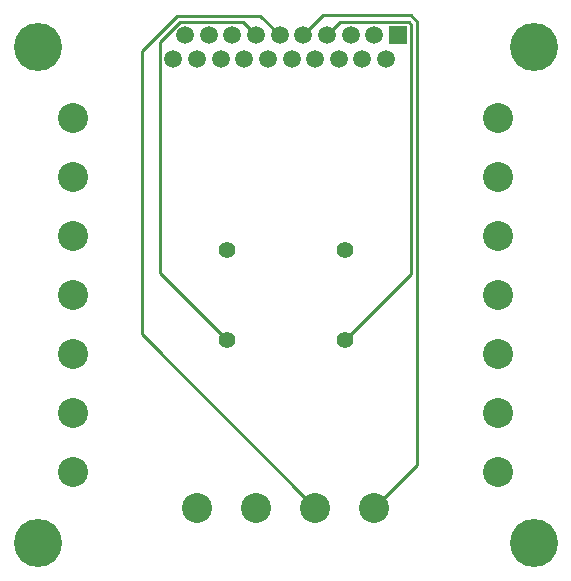
<source format=gbl>
G04 (created by PCBNEW (2013-07-07 BZR 4022)-stable) date 2/06/2014 22:41:19*
%MOIN*%
G04 Gerber Fmt 3.4, Leading zero omitted, Abs format*
%FSLAX34Y34*%
G01*
G70*
G90*
G04 APERTURE LIST*
%ADD10C,0.00393701*%
%ADD11C,0.055*%
%ADD12C,0.1*%
%ADD13R,0.0590551X0.0590551*%
%ADD14C,0.0590551*%
%ADD15C,0.16*%
%ADD16C,0.01*%
G04 APERTURE END LIST*
G54D10*
G54D11*
X27559Y-31027D03*
X27559Y-28027D03*
X31496Y-31027D03*
X31496Y-28027D03*
G54D12*
X22440Y-33464D03*
X22440Y-31496D03*
X22440Y-29527D03*
X22440Y-35433D03*
X22440Y-27559D03*
X22440Y-25590D03*
X22440Y-23622D03*
X36614Y-25590D03*
X36614Y-27559D03*
X36614Y-29527D03*
X36614Y-23622D03*
X36614Y-31496D03*
X36614Y-33464D03*
X36614Y-35433D03*
X30511Y-36614D03*
X28543Y-36614D03*
X26574Y-36614D03*
X32480Y-36614D03*
G54D13*
X33267Y-20866D03*
G54D14*
X32874Y-21653D03*
X32480Y-20866D03*
X32086Y-21653D03*
X31692Y-20866D03*
X31299Y-21653D03*
X30905Y-20866D03*
X30511Y-21653D03*
X30118Y-20866D03*
X29724Y-21653D03*
X29330Y-20866D03*
X28937Y-21653D03*
X28543Y-20866D03*
X28149Y-21653D03*
X27755Y-20866D03*
X27362Y-21653D03*
X26968Y-20866D03*
X26574Y-21653D03*
X26181Y-20866D03*
X25787Y-21653D03*
G54D15*
X37795Y-21259D03*
X21259Y-21259D03*
X37795Y-37795D03*
X21259Y-37795D03*
G54D16*
X28093Y-20416D02*
X28543Y-20866D01*
X25998Y-20416D02*
X28093Y-20416D01*
X25332Y-21083D02*
X25998Y-20416D01*
X25332Y-28800D02*
X25332Y-21083D01*
X27559Y-31027D02*
X25332Y-28800D01*
X28681Y-20216D02*
X29330Y-20866D01*
X25905Y-20216D02*
X28681Y-20216D01*
X24726Y-21394D02*
X25905Y-20216D01*
X24726Y-30829D02*
X24726Y-21394D01*
X30511Y-36614D02*
X24726Y-30829D01*
X30780Y-20203D02*
X30118Y-20866D01*
X33708Y-20203D02*
X30780Y-20203D01*
X33914Y-20409D02*
X33708Y-20203D01*
X33914Y-35179D02*
X33914Y-20409D01*
X32480Y-36614D02*
X33914Y-35179D01*
X31350Y-20420D02*
X30905Y-20866D01*
X33625Y-20420D02*
X31350Y-20420D01*
X33713Y-20508D02*
X33625Y-20420D01*
X33713Y-28810D02*
X33713Y-20508D01*
X31496Y-31027D02*
X33713Y-28810D01*
M02*

</source>
